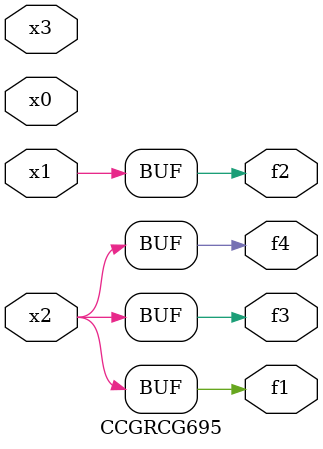
<source format=v>
module CCGRCG695(
	input x0, x1, x2, x3,
	output f1, f2, f3, f4
);
	assign f1 = x2;
	assign f2 = x1;
	assign f3 = x2;
	assign f4 = x2;
endmodule

</source>
